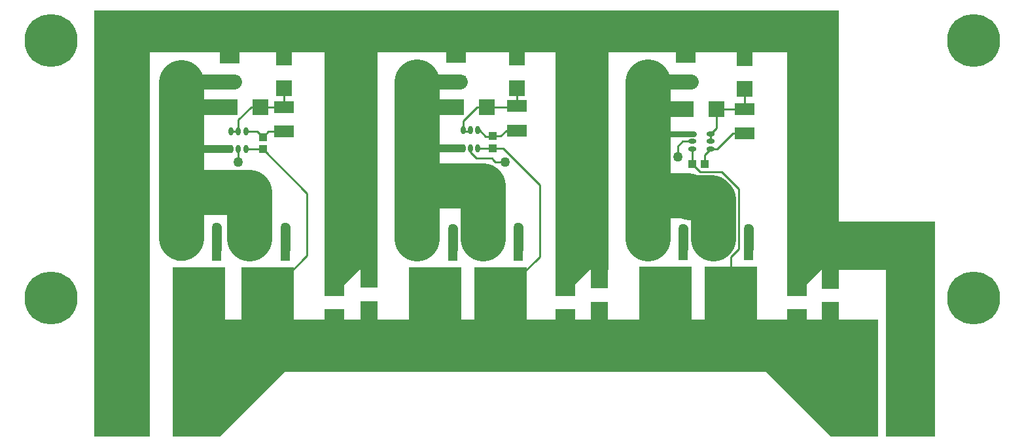
<source format=gtl>
G04*
G04 #@! TF.GenerationSoftware,Altium Limited,Altium Designer,18.1.6 (161)*
G04*
G04 Layer_Physical_Order=1*
G04 Layer_Color=255*
%FSLAX24Y24*%
%MOIN*%
G70*
G01*
G75*
%ADD12C,0.0100*%
%ADD13R,0.0787X0.0787*%
%ADD14R,0.0906X0.0984*%
%ADD15R,0.0394X0.0413*%
%ADD16O,0.0236X0.0433*%
%ADD17R,0.0492X0.1201*%
%ADD18R,0.2677X0.2874*%
%ADD19R,0.0984X0.0591*%
%ADD20R,0.0787X0.0787*%
%ADD21R,0.0413X0.0394*%
%ADD22O,0.0433X0.0236*%
%ADD36C,0.0800*%
%ADD37C,0.2300*%
%ADD38C,0.0750*%
%ADD39C,0.0400*%
%ADD40C,0.0500*%
%ADD41C,0.0300*%
%ADD42C,0.2700*%
%ADD43C,0.2000*%
%ADD44C,0.0500*%
G36*
X11775Y36030D02*
X23400Y36030D01*
X23400Y22800D01*
X22450D01*
X21650Y22000D01*
X20700Y22000D01*
X20700Y33900D01*
X11775Y33900D01*
Y14300D01*
X8950Y14300D01*
X8950Y36030D01*
X11775D01*
D01*
D02*
G37*
G36*
X46900Y35600D02*
Y25250D01*
X51800D01*
Y14300D01*
X49300D01*
Y22800D01*
X46000D01*
X45250Y22050D01*
X44250D01*
Y33900D01*
X35150D01*
Y22800D01*
X34200D01*
X33400Y22000D01*
X32450Y22000D01*
Y33900D01*
X23400D01*
X23400Y36030D01*
X46900D01*
Y35600D01*
D02*
G37*
G36*
X48865Y20250D02*
X48890D01*
X48890Y20250D01*
Y20225D01*
X48900Y20215D01*
X48900Y17600D01*
X48890D01*
Y14300D01*
X46500D01*
X43200Y17600D01*
X18650Y17600D01*
X15350Y14300D01*
X12960Y14300D01*
X12960Y20250D01*
X48865Y20250D01*
X48865Y20250D01*
D02*
G37*
D12*
X25641Y31100D02*
G03*
X25400Y31000I0J-341D01*
G01*
X27385Y32388D02*
G03*
X27356Y32400I-29J-29D01*
G01*
X39435Y28200D02*
Y28966D01*
X28500Y28985D02*
X29250D01*
X40918Y27800D02*
X41800Y26918D01*
X39835Y27800D02*
X40918D01*
X39435Y28200D02*
X39835Y27800D01*
X17774Y21488D02*
X19800Y23514D01*
Y26690D01*
X17550Y28940D02*
X19800Y26690D01*
X16300Y28300D02*
Y28940D01*
X16674D02*
X17550D01*
X13400Y28950D02*
X13410Y28940D01*
X13400Y31050D02*
X13450Y31100D01*
X13400Y32350D02*
X13426Y32376D01*
X17828Y29848D02*
X18635D01*
X17550Y29570D02*
X17828Y29848D01*
X17255Y29865D02*
X17550Y29570D01*
X16674Y29865D02*
X17255D01*
X17437Y31100D02*
X17437Y31100D01*
X18635D01*
Y32063D01*
X16950Y31100D02*
X17437D01*
X16300Y30450D02*
X16950Y31100D01*
X16300Y29865D02*
Y30450D01*
X15926Y29865D02*
X16300D01*
X13400Y26750D02*
X13422Y26772D01*
X13350Y23900D02*
X13400Y24410D01*
X29781Y28985D02*
X31650Y27116D01*
X29250Y28985D02*
X29781D01*
X29250Y28985D02*
X29250Y28985D01*
X29670Y21492D02*
X31650Y23472D01*
Y27116D01*
X28960Y31100D02*
X30495D01*
Y31152D02*
Y32053D01*
Y31100D02*
Y31152D01*
X27770Y29860D02*
X28126D01*
X27752Y29910D02*
Y30402D01*
X28450Y31100D01*
X30393Y29900D02*
X30495Y29798D01*
X29235Y29550D02*
X29301Y29616D01*
X28500Y29860D02*
X28590D01*
X29952Y29900D02*
X30393D01*
X29668Y29616D02*
X29952Y29900D01*
X25400Y28950D02*
X25435Y28985D01*
X28126Y28774D02*
X28423Y28477D01*
X29212D01*
X29307Y28382D01*
X29307D01*
X29388Y28300D02*
X29900D01*
X29307Y28382D02*
X29388Y28300D01*
X28126Y28774D02*
Y28985D01*
X29301Y29616D02*
X29668D01*
X25400Y27050D02*
X25432Y27082D01*
X28900Y29600D02*
X29235D01*
X28590Y29910D02*
X28900Y29600D01*
X28450Y31100D02*
X28960D01*
X41401Y21650D02*
Y23463D01*
X39435Y28200D02*
X39435Y28200D01*
X41401Y23463D02*
X41800Y23862D01*
Y26918D01*
X38700Y28550D02*
Y29100D01*
X27752Y29860D02*
X27752Y29860D01*
X38700Y29100D02*
X38940Y29340D01*
X40360Y28951D02*
X40701D01*
X41500Y29750D02*
X42088D01*
X40701Y28951D02*
X41500Y29750D01*
X42088Y30850D02*
Y32027D01*
X41938Y31000D02*
X42088Y30850D01*
X40360Y29340D02*
Y29714D01*
X38940Y29340D02*
X39435D01*
X38950Y23901D02*
X38951Y23900D01*
X40065Y28200D02*
Y28671D01*
X40360Y28966D01*
X40660Y30014D02*
Y31000D01*
X40360Y29714D02*
X40660Y30014D01*
Y31000D02*
X41938D01*
X16598Y29023D02*
X16598Y29023D01*
X26598Y21588D02*
X26800Y21386D01*
D13*
X18635Y33637D02*
D03*
Y32063D02*
D03*
X42088Y32027D02*
D03*
Y33602D02*
D03*
X30495Y33628D02*
D03*
Y32053D02*
D03*
D14*
X22950Y22396D02*
D03*
Y20704D02*
D03*
X46450Y22339D02*
D03*
Y20646D02*
D03*
X34700Y20649D02*
D03*
Y22342D02*
D03*
D15*
X17550Y29570D02*
D03*
Y28940D02*
D03*
X29250Y28985D02*
D03*
Y29615D02*
D03*
D16*
X16674Y29865D02*
D03*
X16300D02*
D03*
X15926D02*
D03*
Y28940D02*
D03*
X16300D02*
D03*
X16674D02*
D03*
X28500Y28985D02*
D03*
X28126D02*
D03*
X27752D02*
D03*
Y29910D02*
D03*
X28126D02*
D03*
X28500D02*
D03*
D17*
X18676Y23850D02*
D03*
X16872D02*
D03*
X38951Y23900D02*
D03*
X37148D02*
D03*
X27220Y23860D02*
D03*
X25417D02*
D03*
X15203Y23850D02*
D03*
X13400D02*
D03*
X42303Y23900D02*
D03*
X40500D02*
D03*
X30572Y23854D02*
D03*
X28768D02*
D03*
D18*
X17774Y21488D02*
D03*
X38050Y21538D02*
D03*
X26318Y21498D02*
D03*
X14302Y21488D02*
D03*
X41401Y21538D02*
D03*
X29670Y21492D02*
D03*
D19*
X18635Y29848D02*
D03*
Y31100D02*
D03*
X39085Y33652D02*
D03*
Y32400D02*
D03*
X44750Y21758D02*
D03*
Y20506D02*
D03*
X42088Y31002D02*
D03*
Y29750D02*
D03*
X27385Y32388D02*
D03*
Y33640D02*
D03*
X32950Y20506D02*
D03*
Y21758D02*
D03*
X30495Y29900D02*
D03*
Y31152D02*
D03*
X15850Y32376D02*
D03*
Y33628D02*
D03*
X21200Y20500D02*
D03*
Y21752D02*
D03*
D20*
X39085Y31000D02*
D03*
X40660D02*
D03*
X27385Y31100D02*
D03*
X28960D02*
D03*
X15863D02*
D03*
X17437D02*
D03*
D21*
X40065Y28200D02*
D03*
X39435D02*
D03*
D22*
X40360Y28966D02*
D03*
Y29340D02*
D03*
Y29714D02*
D03*
X39435D02*
D03*
Y29340D02*
D03*
Y28966D02*
D03*
D36*
X37148Y31000D02*
X39085D01*
X25641Y31100D02*
X27385D01*
X13450D02*
X15863D01*
D37*
X39297Y26500D02*
X40380D01*
X40500Y26380D01*
X39197Y26600D02*
X39297Y26500D01*
X37368Y26600D02*
X39197D01*
X37148Y26380D02*
X37368Y26600D01*
X25400Y31000D02*
Y32400D01*
Y28950D02*
Y31000D01*
X37148Y24400D02*
Y26380D01*
X40500Y24400D02*
Y26380D01*
X13400Y28950D02*
Y31050D01*
Y26750D02*
Y28950D01*
Y31050D02*
Y32350D01*
Y24410D02*
Y26750D01*
X13422Y26772D02*
X16872D01*
Y24400D02*
Y26772D01*
X25400Y27050D02*
Y28950D01*
X25432Y27082D02*
X28768D01*
X25400Y24400D02*
Y27050D01*
X28768Y24400D02*
Y27082D01*
X37148Y31000D02*
Y32400D01*
Y29714D02*
Y31000D01*
Y26450D02*
Y29714D01*
D38*
X27356Y32400D02*
X27600D01*
X25400D02*
X27356D01*
X15850Y32376D02*
X16100D01*
X13426D02*
X15850D01*
X37148Y32400D02*
X39085D01*
X39350D01*
D39*
X13410Y28940D02*
X15850D01*
X25435Y28985D02*
X27701D01*
D40*
X15203Y23850D02*
Y24950D01*
X38950Y23901D02*
Y24900D01*
X42303Y23900D02*
Y24900D01*
X27220Y23860D02*
Y24900D01*
X30572Y23854D02*
Y24960D01*
X18676Y23850D02*
Y24950D01*
D41*
X39435Y29714D02*
X39500D01*
X37148D02*
X39435D01*
D42*
X6750Y21350D02*
D03*
X53750Y34500D02*
D03*
X6750D02*
D03*
X53750Y21350D02*
D03*
D43*
X33800Y32400D02*
D03*
X10362Y32350D02*
D03*
X13400D02*
D03*
X50550Y18925D02*
D03*
X50520Y16550D02*
D03*
X47600Y16450D02*
D03*
Y18850D02*
D03*
X14250Y18650D02*
D03*
X25400Y32400D02*
D03*
X37148D02*
D03*
X10370Y16250D02*
D03*
Y18650D02*
D03*
X22000Y32400D02*
D03*
X14250Y16250D02*
D03*
D44*
X16300Y28300D02*
D03*
X15203Y24950D02*
D03*
X29900Y28300D02*
D03*
X38950Y24900D02*
D03*
X38700Y28550D02*
D03*
X42303Y24900D02*
D03*
X27220D02*
D03*
X30572Y24960D02*
D03*
X18676Y24950D02*
D03*
M02*

</source>
